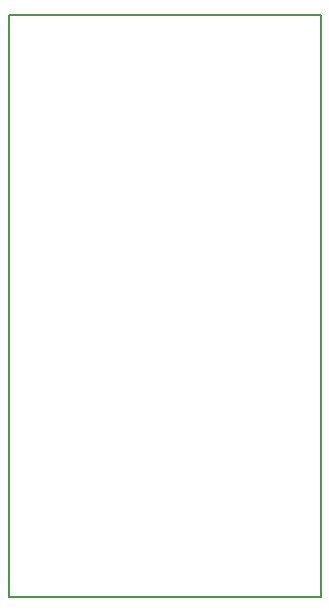
<source format=gbo>
G04 EAGLE Gerber RS-274X export*
G75*
%MOMM*%
%FSLAX34Y34*%
%LPD*%
%INSilkscreen Bottom*%
%IPPOS*%
%AMOC8*
5,1,8,0,0,1.08239X$1,22.5*%
G01*
%ADD10C,0.127000*%


D10*
X563880Y703580D02*
X299720Y703580D01*
X299720Y210820D01*
X563880Y210820D01*
X563880Y703580D01*
M02*

</source>
